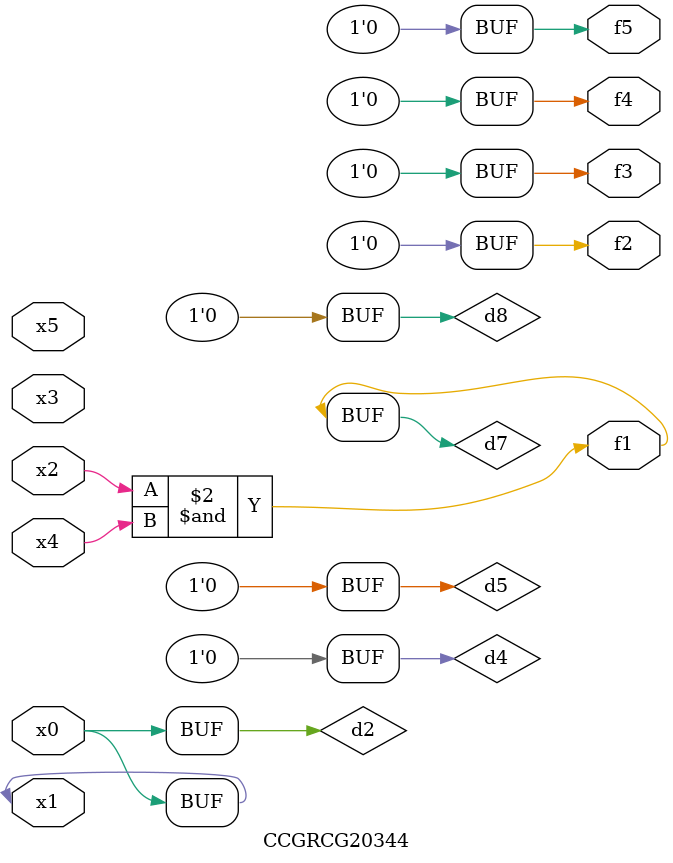
<source format=v>
module CCGRCG20344(
	input x0, x1, x2, x3, x4, x5,
	output f1, f2, f3, f4, f5
);

	wire d1, d2, d3, d4, d5, d6, d7, d8, d9;

	nand (d1, x1);
	buf (d2, x0, x1);
	nand (d3, x2, x4);
	and (d4, d1, d2);
	and (d5, d1, d2);
	nand (d6, d1, d3);
	not (d7, d3);
	xor (d8, d5);
	nor (d9, d5, d6);
	assign f1 = d7;
	assign f2 = d8;
	assign f3 = d8;
	assign f4 = d8;
	assign f5 = d8;
endmodule

</source>
